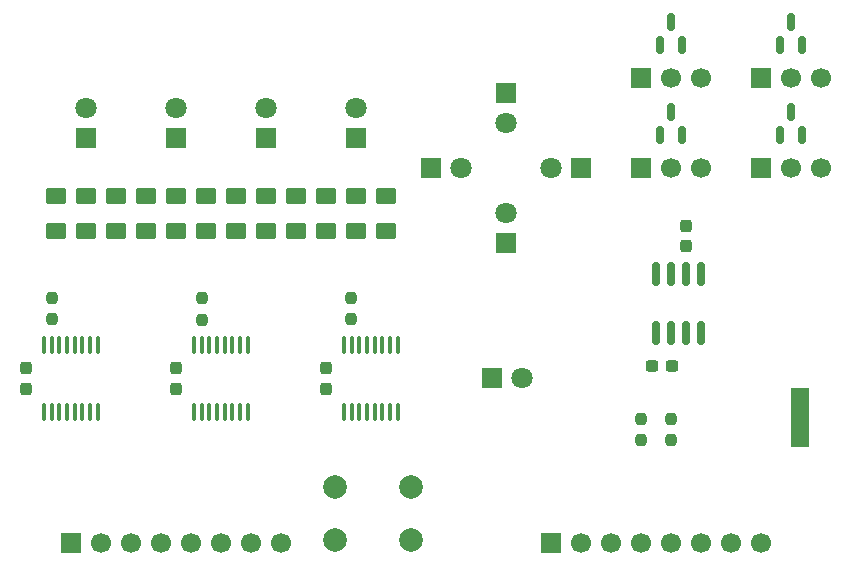
<source format=gbr>
%TF.GenerationSoftware,KiCad,Pcbnew,9.0.5*%
%TF.CreationDate,2025-10-12T13:48:01+02:00*%
%TF.ProjectId,sw63_mk4_displaytestboard,73773633-5f6d-46b3-945f-646973706c61,rev?*%
%TF.SameCoordinates,Original*%
%TF.FileFunction,Soldermask,Top*%
%TF.FilePolarity,Negative*%
%FSLAX46Y46*%
G04 Gerber Fmt 4.6, Leading zero omitted, Abs format (unit mm)*
G04 Created by KiCad (PCBNEW 9.0.5) date 2025-10-12 13:48:01*
%MOMM*%
%LPD*%
G01*
G04 APERTURE LIST*
G04 Aperture macros list*
%AMRoundRect*
0 Rectangle with rounded corners*
0 $1 Rounding radius*
0 $2 $3 $4 $5 $6 $7 $8 $9 X,Y pos of 4 corners*
0 Add a 4 corners polygon primitive as box body*
4,1,4,$2,$3,$4,$5,$6,$7,$8,$9,$2,$3,0*
0 Add four circle primitives for the rounded corners*
1,1,$1+$1,$2,$3*
1,1,$1+$1,$4,$5*
1,1,$1+$1,$6,$7*
1,1,$1+$1,$8,$9*
0 Add four rect primitives between the rounded corners*
20,1,$1+$1,$2,$3,$4,$5,0*
20,1,$1+$1,$4,$5,$6,$7,0*
20,1,$1+$1,$6,$7,$8,$9,0*
20,1,$1+$1,$8,$9,$2,$3,0*%
%AMFreePoly0*
4,1,6,1.000000,0.000000,0.500000,-0.750000,-0.500000,-0.750000,-0.500000,0.750000,0.500000,0.750000,1.000000,0.000000,1.000000,0.000000,$1*%
G04 Aperture macros list end*
%ADD10C,2.000000*%
%ADD11R,1.700000X1.700000*%
%ADD12C,1.700000*%
%ADD13RoundRect,0.237500X0.237500X-0.250000X0.237500X0.250000X-0.237500X0.250000X-0.237500X-0.250000X0*%
%ADD14FreePoly0,270.000000*%
%ADD15FreePoly0,90.000000*%
%ADD16RoundRect,0.250001X0.624999X-0.462499X0.624999X0.462499X-0.624999X0.462499X-0.624999X-0.462499X0*%
%ADD17R,1.800000X1.800000*%
%ADD18C,1.800000*%
%ADD19RoundRect,0.237500X0.237500X-0.300000X0.237500X0.300000X-0.237500X0.300000X-0.237500X-0.300000X0*%
%ADD20RoundRect,0.237500X-0.237500X0.300000X-0.237500X-0.300000X0.237500X-0.300000X0.237500X0.300000X0*%
%ADD21RoundRect,0.237500X-0.237500X0.250000X-0.237500X-0.250000X0.237500X-0.250000X0.237500X0.250000X0*%
%ADD22RoundRect,0.150000X0.150000X-0.587500X0.150000X0.587500X-0.150000X0.587500X-0.150000X-0.587500X0*%
%ADD23RoundRect,0.100000X0.100000X-0.637500X0.100000X0.637500X-0.100000X0.637500X-0.100000X-0.637500X0*%
%ADD24RoundRect,0.237500X0.300000X0.237500X-0.300000X0.237500X-0.300000X-0.237500X0.300000X-0.237500X0*%
%ADD25RoundRect,0.150000X-0.150000X0.825000X-0.150000X-0.825000X0.150000X-0.825000X0.150000X0.825000X0*%
G04 APERTURE END LIST*
%TO.C,JP1*%
G36*
X148832000Y-98592000D02*
G01*
X147332000Y-98592000D01*
X147332000Y-103592000D01*
X148832000Y-103592000D01*
X148832000Y-98592000D01*
G37*
%TD*%
D10*
%TO.C,SW1*%
X108689000Y-107006000D03*
X115189000Y-107006000D03*
X108689000Y-111506000D03*
X115189000Y-111506000D03*
%TD*%
D11*
%TO.C,J1*%
X86360000Y-111760000D03*
D12*
X88900000Y-111760000D03*
X91440000Y-111760000D03*
X93980000Y-111760000D03*
X96520000Y-111760000D03*
X99060000Y-111760000D03*
X101600000Y-111760000D03*
X104140000Y-111760000D03*
%TD*%
D13*
%TO.C,R3*%
X110034344Y-92781352D03*
X110034344Y-90956352D03*
%TD*%
D14*
%TO.C,JP1*%
X148082000Y-99092000D03*
D15*
X148082000Y-103092000D03*
%TD*%
D16*
%TO.C,D10*%
X107950000Y-85307500D03*
X107950000Y-82332500D03*
%TD*%
D17*
%TO.C,D14*%
X95250000Y-77470000D03*
D18*
X95250000Y-74930000D03*
%TD*%
D17*
%TO.C,D16*%
X110490000Y-77470000D03*
D18*
X110490000Y-74930000D03*
%TD*%
D17*
%TO.C,D21*%
X122021600Y-97713800D03*
D18*
X124561600Y-97713800D03*
%TD*%
D16*
%TO.C,D8*%
X102870000Y-85307500D03*
X102870000Y-82332500D03*
%TD*%
D19*
%TO.C,C5*%
X138430000Y-86587500D03*
X138430000Y-84862500D03*
%TD*%
D20*
%TO.C,C3*%
X107950000Y-96927500D03*
X107950000Y-98652500D03*
%TD*%
D21*
%TO.C,R5*%
X137160000Y-101195500D03*
X137160000Y-103020500D03*
%TD*%
D22*
%TO.C,Q2*%
X136210000Y-69517500D03*
X138110000Y-69517500D03*
X137160000Y-67642500D03*
%TD*%
D16*
%TO.C,D12*%
X113030000Y-85307500D03*
X113030000Y-82332500D03*
%TD*%
D23*
%TO.C,U3*%
X109485000Y-100652500D03*
X110135000Y-100652500D03*
X110785000Y-100652500D03*
X111435000Y-100652500D03*
X112085000Y-100652500D03*
X112735000Y-100652500D03*
X113385000Y-100652500D03*
X114035000Y-100652500D03*
X114035000Y-94927500D03*
X113385000Y-94927500D03*
X112735000Y-94927500D03*
X112085000Y-94927500D03*
X111435000Y-94927500D03*
X110785000Y-94927500D03*
X110135000Y-94927500D03*
X109485000Y-94927500D03*
%TD*%
D16*
%TO.C,D9*%
X105410000Y-85307500D03*
X105410000Y-82332500D03*
%TD*%
D17*
%TO.C,D20*%
X116840000Y-80010000D03*
D18*
X119380000Y-80010000D03*
%TD*%
D20*
%TO.C,C1*%
X82550000Y-96927500D03*
X82550000Y-98652500D03*
%TD*%
D16*
%TO.C,D11*%
X110490000Y-85307500D03*
X110490000Y-82332500D03*
%TD*%
D17*
%TO.C,D18*%
X129540000Y-80010000D03*
D18*
X127000000Y-80010000D03*
%TD*%
D22*
%TO.C,Q1*%
X136210000Y-77137500D03*
X138110000Y-77137500D03*
X137160000Y-75262500D03*
%TD*%
D16*
%TO.C,D6*%
X97790000Y-85307500D03*
X97790000Y-82332500D03*
%TD*%
%TO.C,D4*%
X92710000Y-85307500D03*
X92710000Y-82332500D03*
%TD*%
%TO.C,D2*%
X87630000Y-85307500D03*
X87630000Y-82332500D03*
%TD*%
D22*
%TO.C,Q4*%
X146370000Y-77137500D03*
X148270000Y-77137500D03*
X147320000Y-75262500D03*
%TD*%
D16*
%TO.C,D7*%
X100330000Y-85307500D03*
X100330000Y-82332500D03*
%TD*%
D11*
%TO.C,J4*%
X134620000Y-72390000D03*
D12*
X137160000Y-72390000D03*
X139700000Y-72390000D03*
%TD*%
D17*
%TO.C,D13*%
X87630000Y-77470000D03*
D18*
X87630000Y-74930000D03*
%TD*%
D17*
%TO.C,D15*%
X102870000Y-77470000D03*
D18*
X102870000Y-74930000D03*
%TD*%
D17*
%TO.C,D19*%
X123190000Y-86360000D03*
D18*
X123190000Y-83820000D03*
%TD*%
D21*
%TO.C,R4*%
X134620000Y-101195500D03*
X134620000Y-103020500D03*
%TD*%
D24*
%TO.C,C4*%
X137260500Y-96774000D03*
X135535500Y-96774000D03*
%TD*%
D11*
%TO.C,J6*%
X144780000Y-80010000D03*
D12*
X147320000Y-80010000D03*
X149860000Y-80010000D03*
%TD*%
D16*
%TO.C,D3*%
X90170000Y-85307500D03*
X90170000Y-82332500D03*
%TD*%
D23*
%TO.C,U2*%
X96785000Y-100652500D03*
X97435000Y-100652500D03*
X98085000Y-100652500D03*
X98735000Y-100652500D03*
X99385000Y-100652500D03*
X100035000Y-100652500D03*
X100685000Y-100652500D03*
X101335000Y-100652500D03*
X101335000Y-94927500D03*
X100685000Y-94927500D03*
X100035000Y-94927500D03*
X99385000Y-94927500D03*
X98735000Y-94927500D03*
X98085000Y-94927500D03*
X97435000Y-94927500D03*
X96785000Y-94927500D03*
%TD*%
D22*
%TO.C,Q3*%
X146370000Y-69517500D03*
X148270000Y-69517500D03*
X147320000Y-67642500D03*
%TD*%
D11*
%TO.C,J3*%
X134620000Y-80010000D03*
D12*
X137160000Y-80010000D03*
X139700000Y-80010000D03*
%TD*%
D20*
%TO.C,C2*%
X95250000Y-96927500D03*
X95250000Y-98652500D03*
%TD*%
D16*
%TO.C,D1*%
X85090000Y-85307500D03*
X85090000Y-82332500D03*
%TD*%
D13*
%TO.C,R1*%
X84756760Y-92763093D03*
X84756760Y-90938093D03*
%TD*%
D16*
%TO.C,D5*%
X95250000Y-85307500D03*
X95250000Y-82332500D03*
%TD*%
D11*
%TO.C,J5*%
X144780000Y-72390000D03*
D12*
X147320000Y-72390000D03*
X149860000Y-72390000D03*
%TD*%
D17*
%TO.C,D17*%
X123190000Y-73660000D03*
D18*
X123190000Y-76200000D03*
%TD*%
D23*
%TO.C,U1*%
X84085000Y-100652500D03*
X84735000Y-100652500D03*
X85385000Y-100652500D03*
X86035000Y-100652500D03*
X86685000Y-100652500D03*
X87335000Y-100652500D03*
X87985000Y-100652500D03*
X88635000Y-100652500D03*
X88635000Y-94927500D03*
X87985000Y-94927500D03*
X87335000Y-94927500D03*
X86685000Y-94927500D03*
X86035000Y-94927500D03*
X85385000Y-94927500D03*
X84735000Y-94927500D03*
X84085000Y-94927500D03*
%TD*%
D25*
%TO.C,U4*%
X139700000Y-88965000D03*
X138430000Y-88965000D03*
X137160000Y-88965000D03*
X135890000Y-88965000D03*
X135890000Y-93915000D03*
X137160000Y-93915000D03*
X138430000Y-93915000D03*
X139700000Y-93915000D03*
%TD*%
D13*
%TO.C,R2*%
X97430033Y-92807516D03*
X97430033Y-90982516D03*
%TD*%
D11*
%TO.C,J2*%
X127000000Y-111760000D03*
D12*
X129540000Y-111760000D03*
X132080000Y-111760000D03*
X134620000Y-111760000D03*
X137160000Y-111760000D03*
X139700000Y-111760000D03*
X142240000Y-111760000D03*
X144780000Y-111760000D03*
%TD*%
M02*

</source>
